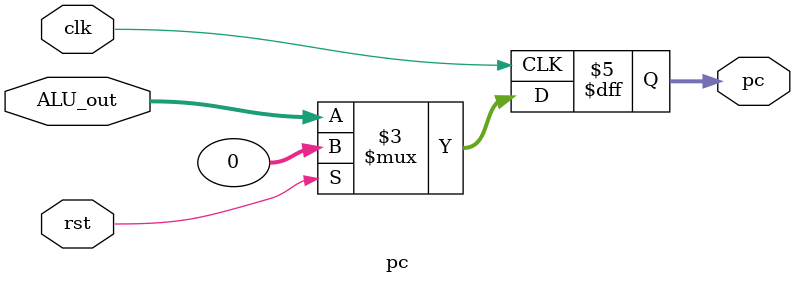
<source format=sv>
module pc (
	input logic clk, rst,
        input logic [31:0] ALU_out,
	output logic [31:0] pc
);
	always_ff @(posedge clk ) begin
		if(rst)
			pc <= 0;
		else
			pc <= ALU_out;
		end
endmodule
</source>
